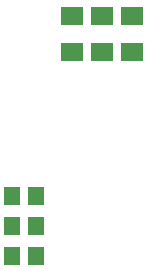
<source format=gbp>
G04 MADE WITH FRITZING*
G04 WWW.FRITZING.ORG*
G04 SINGLE SIDED*
G04 HOLES NOT PLATED*
G04 CONTOUR ON CENTER OF CONTOUR VECTOR*
%ASAXBY*%
%FSLAX23Y23*%
%MOIN*%
%OFA0B0*%
%SFA1.0B1.0*%
%ADD10R,0.055118X0.059055*%
%ADD11R,0.074803X0.062992*%
%LNPASTEMASK0*%
G90*
G70*
G54D10*
X3683Y1758D03*
X3603Y1758D03*
X3683Y1858D03*
X3603Y1858D03*
X3683Y1658D03*
X3603Y1658D03*
G54D11*
X3903Y2336D03*
X3903Y2458D03*
X3803Y2336D03*
X3803Y2458D03*
X4003Y2336D03*
X4003Y2458D03*
G04 End of PasteMask0*
M02*
</source>
